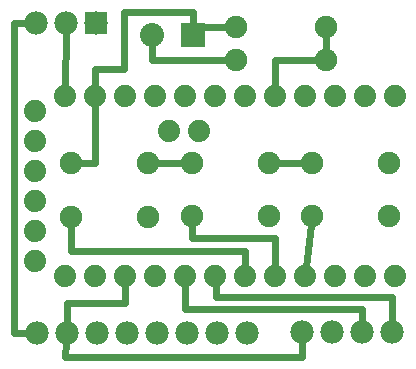
<source format=gtl>
G04 MADE WITH FRITZING*
G04 WWW.FRITZING.ORG*
G04 DOUBLE SIDED*
G04 HOLES PLATED*
G04 CONTOUR ON CENTER OF CONTOUR VECTOR*
%ASAXBY*%
%FSLAX23Y23*%
%MOIN*%
%OFA0B0*%
%SFA1.0B1.0*%
%ADD10C,0.075000*%
%ADD11C,0.078000*%
%ADD12C,0.080000*%
%ADD13C,0.074000*%
%ADD14R,0.078000X0.078000*%
%ADD15R,0.080000X0.080000*%
%ADD16C,0.024000*%
%LNCOPPER1*%
G90*
G70*
G54D10*
X781Y1048D03*
X1081Y1048D03*
X783Y1157D03*
X1083Y1157D03*
G54D11*
X317Y1169D03*
X217Y1169D03*
X117Y1169D03*
G54D12*
X638Y1130D03*
X501Y1130D03*
G54D11*
X1004Y140D03*
X1104Y140D03*
X1204Y140D03*
X1304Y140D03*
X818Y136D03*
X718Y136D03*
X618Y136D03*
X518Y136D03*
X418Y136D03*
X318Y136D03*
X218Y136D03*
X118Y136D03*
G54D10*
X1037Y526D03*
X1293Y526D03*
X1037Y703D03*
X1293Y703D03*
X1037Y526D03*
X1293Y526D03*
X1037Y703D03*
X1293Y703D03*
X635Y525D03*
X891Y525D03*
X635Y702D03*
X891Y702D03*
X635Y525D03*
X891Y525D03*
X635Y702D03*
X891Y702D03*
X233Y524D03*
X489Y524D03*
X233Y702D03*
X489Y702D03*
X233Y524D03*
X489Y524D03*
X233Y702D03*
X489Y702D03*
G54D13*
X114Y876D03*
X114Y776D03*
X114Y676D03*
X114Y576D03*
X114Y476D03*
X114Y376D03*
X214Y926D03*
X314Y926D03*
X414Y926D03*
X514Y926D03*
X614Y926D03*
X559Y811D03*
X659Y811D03*
X714Y926D03*
X814Y926D03*
X914Y926D03*
X1014Y926D03*
X1114Y926D03*
X1214Y926D03*
X1314Y926D03*
X1314Y326D03*
X1214Y326D03*
X1114Y326D03*
X1014Y326D03*
X914Y326D03*
X814Y326D03*
X714Y326D03*
X614Y326D03*
X514Y326D03*
X414Y326D03*
X314Y326D03*
X214Y326D03*
G54D14*
X317Y1169D03*
G54D15*
X638Y1130D03*
G54D16*
X41Y1169D02*
X87Y1169D01*
D02*
X41Y136D02*
X41Y1169D01*
D02*
X88Y136D02*
X41Y136D01*
D02*
X214Y957D02*
X217Y1139D01*
D02*
X218Y235D02*
X413Y235D01*
D02*
X413Y235D02*
X414Y295D01*
D02*
X218Y166D02*
X218Y235D01*
D02*
X1204Y215D02*
X1204Y140D01*
D02*
X614Y215D02*
X1204Y215D01*
D02*
X614Y295D02*
X614Y215D01*
D02*
X1304Y257D02*
X716Y257D01*
D02*
X716Y257D02*
X715Y295D01*
D02*
X1304Y170D02*
X1304Y257D01*
D02*
X216Y106D02*
X212Y58D01*
D02*
X212Y58D02*
X1004Y58D01*
D02*
X1004Y58D02*
X1004Y110D01*
D02*
X1082Y1077D02*
X1082Y1128D01*
D02*
X1053Y1048D02*
X914Y1048D01*
D02*
X914Y1048D02*
X914Y957D01*
D02*
X638Y1157D02*
X638Y1161D01*
D02*
X754Y1157D02*
X638Y1157D01*
D02*
X501Y1048D02*
X501Y1099D01*
D02*
X753Y1048D02*
X501Y1048D01*
D02*
X410Y1015D02*
X314Y1015D01*
D02*
X410Y1207D02*
X410Y1015D01*
D02*
X314Y1015D02*
X314Y957D01*
D02*
X638Y1207D02*
X410Y1207D01*
D02*
X638Y1161D02*
X638Y1207D01*
D02*
X314Y895D02*
X314Y702D01*
D02*
X314Y702D02*
X261Y702D01*
D02*
X517Y702D02*
X606Y702D01*
D02*
X919Y703D02*
X1008Y703D01*
D02*
X814Y410D02*
X232Y410D01*
D02*
X232Y410D02*
X233Y496D01*
D02*
X814Y357D02*
X814Y410D01*
D02*
X914Y454D02*
X635Y454D01*
D02*
X635Y454D02*
X635Y497D01*
D02*
X914Y357D02*
X914Y454D01*
D02*
X1017Y357D02*
X1034Y497D01*
G04 End of Copper1*
M02*
</source>
